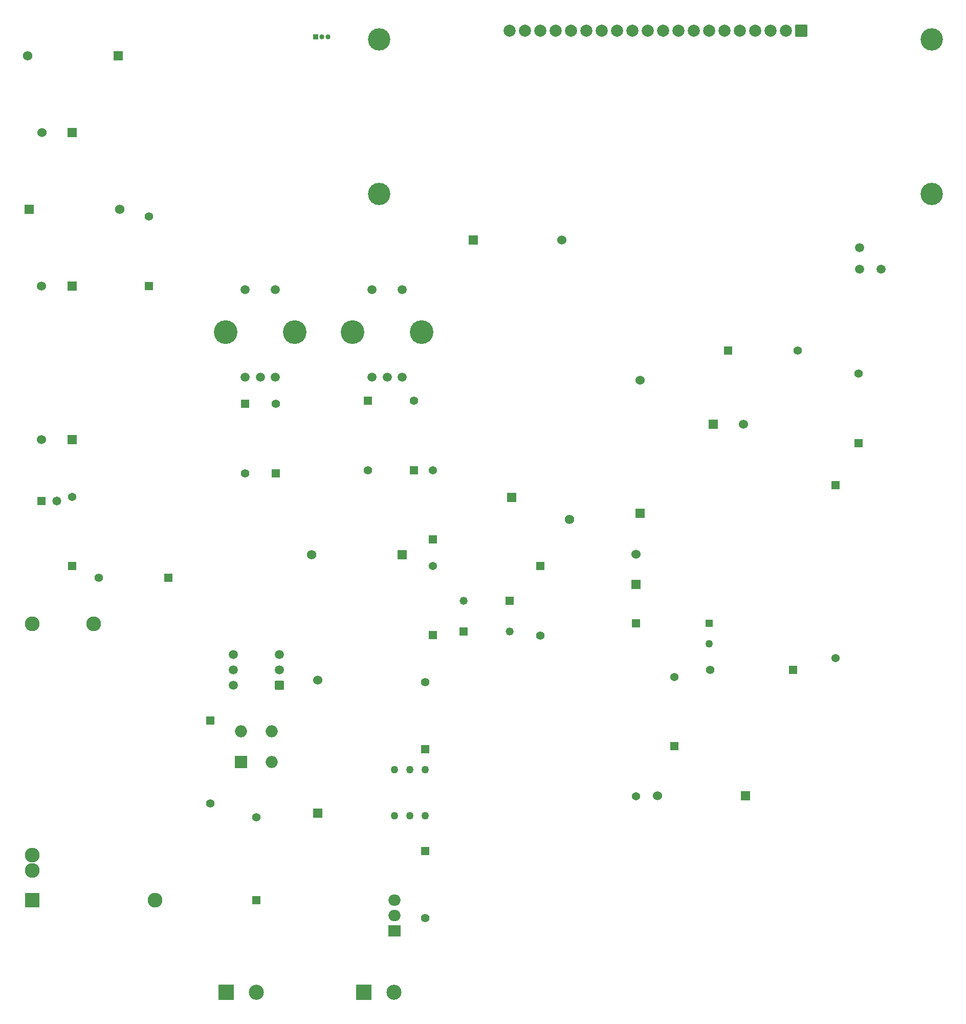
<source format=gbr>
%TF.GenerationSoftware,KiCad,Pcbnew,7.0.5*%
%TF.CreationDate,2024-01-26T21:50:59+01:00*%
%TF.ProjectId,Project,50726f6a-6563-4742-9e6b-696361645f70,rev?*%
%TF.SameCoordinates,Original*%
%TF.FileFunction,Soldermask,Bot*%
%TF.FilePolarity,Negative*%
%FSLAX46Y46*%
G04 Gerber Fmt 4.6, Leading zero omitted, Abs format (unit mm)*
G04 Created by KiCad (PCBNEW 7.0.5) date 2024-01-26 21:50:59*
%MOMM*%
%LPD*%
G01*
G04 APERTURE LIST*
G04 Aperture macros list*
%AMRoundRect*
0 Rectangle with rounded corners*
0 $1 Rounding radius*
0 $2 $3 $4 $5 $6 $7 $8 $9 X,Y pos of 4 corners*
0 Add a 4 corners polygon primitive as box body*
4,1,4,$2,$3,$4,$5,$6,$7,$8,$9,$2,$3,0*
0 Add four circle primitives for the rounded corners*
1,1,$1+$1,$2,$3*
1,1,$1+$1,$4,$5*
1,1,$1+$1,$6,$7*
1,1,$1+$1,$8,$9*
0 Add four rect primitives between the rounded corners*
20,1,$1+$1,$2,$3,$4,$5,0*
20,1,$1+$1,$4,$5,$6,$7,0*
20,1,$1+$1,$6,$7,$8,$9,0*
20,1,$1+$1,$8,$9,$2,$3,0*%
G04 Aperture macros list end*
%ADD10R,1.320800X1.320800*%
%ADD11C,1.320800*%
%ADD12R,1.574800X1.574800*%
%ADD13C,1.574800*%
%ADD14RoundRect,0.102000X-0.900000X-0.900000X0.900000X-0.900000X0.900000X0.900000X-0.900000X0.900000X0*%
%ADD15C,2.004000*%
%ADD16C,3.704000*%
%ADD17R,1.524000X1.524000*%
%ADD18C,1.524000*%
%ADD19RoundRect,0.102000X1.125000X-1.125000X1.125000X1.125000X-1.125000X1.125000X-1.125000X-1.125000X0*%
%ADD20C,2.454000*%
%ADD21R,1.397000X1.397000*%
%ADD22C,1.397000*%
%ADD23R,2.500000X2.500000*%
%ADD24C,2.500000*%
%ADD25R,1.371600X1.371600*%
%ADD26C,1.371600*%
%ADD27C,1.512000*%
%ADD28C,1.270000*%
%ADD29R,0.850000X0.850000*%
%ADD30O,0.850000X0.850000*%
%ADD31C,1.500000*%
%ADD32C,3.915000*%
%ADD33R,2.000000X2.000000*%
%ADD34O,2.000000X2.000000*%
%ADD35R,1.473200X1.473200*%
%ADD36C,1.473200*%
%ADD37RoundRect,0.102000X0.654000X0.654000X-0.654000X0.654000X-0.654000X-0.654000X0.654000X-0.654000X0*%
%ADD38R,1.270000X1.270000*%
%ADD39R,2.000000X1.905000*%
%ADD40O,2.000000X1.905000*%
G04 APERTURE END LIST*
D10*
%TO.C,C8*%
X92710000Y-123190000D03*
D11*
X92710000Y-118110000D03*
%TD*%
D12*
%TO.C,C9*%
X82550000Y-110490000D03*
D13*
X67549999Y-110490000D03*
%TD*%
D14*
%TO.C,DS1*%
X148570000Y-23800000D03*
D15*
X146030000Y-23800000D03*
X143490000Y-23800000D03*
X140950000Y-23800000D03*
X138410000Y-23800000D03*
X135870000Y-23800000D03*
X133330000Y-23800000D03*
X130790000Y-23800000D03*
X128250000Y-23800000D03*
X125710000Y-23800000D03*
X123170000Y-23800000D03*
X120630000Y-23800000D03*
X118090000Y-23800000D03*
X115550000Y-23800000D03*
X113010000Y-23800000D03*
X110470000Y-23800000D03*
X107930000Y-23800000D03*
X105390000Y-23800000D03*
X102850000Y-23800000D03*
X100310000Y-23800000D03*
D16*
X78740000Y-25300000D03*
X170140000Y-25300000D03*
X170140000Y-50800000D03*
X78740000Y-50800000D03*
%TD*%
D17*
%TO.C,R7*%
X68580000Y-153240740D03*
D18*
X68580000Y-131239260D03*
%TD*%
D19*
%TO.C,PS1*%
X21330000Y-167640000D03*
D20*
X41650000Y-167640000D03*
X31490000Y-121920000D03*
X21330000Y-121920000D03*
X21330000Y-162770000D03*
X21330000Y-160230000D03*
%TD*%
D21*
%TO.C,R21*%
X136443091Y-76772389D03*
D22*
X147964531Y-76772389D03*
%TD*%
D23*
%TO.C,J1*%
X53420000Y-182880000D03*
D24*
X58420000Y-182880000D03*
%TD*%
D25*
%TO.C,R13*%
X87630000Y-123812300D03*
D26*
X87630000Y-112407700D03*
%TD*%
D27*
%TO.C,U6*%
X158205811Y-59754389D03*
X158205811Y-63310389D03*
X161761811Y-63310389D03*
%TD*%
D10*
%TO.C,C7*%
X100330000Y-118110000D03*
D11*
X100330000Y-123190000D03*
%TD*%
D25*
%TO.C,R32*%
X127598811Y-142164689D03*
D26*
X127598811Y-130760089D03*
%TD*%
D21*
%TO.C,R28*%
X158078811Y-92058109D03*
D22*
X158078811Y-80536669D03*
%TD*%
D17*
%TO.C,C1*%
X27863800Y-91440000D03*
D18*
X22860000Y-91440000D03*
%TD*%
D17*
%TO.C,R33*%
X139343812Y-150432389D03*
D18*
X124743810Y-150432389D03*
%TD*%
D17*
%TO.C,C17*%
X121248811Y-115431189D03*
D18*
X121248811Y-110427389D03*
%TD*%
D25*
%TO.C,C18*%
X121248811Y-121882789D03*
D26*
X121248811Y-150483189D03*
%TD*%
D12*
%TO.C,C3*%
X20795600Y-53340000D03*
D13*
X35795601Y-53340000D03*
%TD*%
D12*
%TO.C,C6*%
X100647500Y-101066600D03*
D13*
X110172500Y-104673400D03*
%TD*%
D28*
%TO.C,U3*%
X86360000Y-146050000D03*
X83820000Y-146050000D03*
X81280000Y-146050000D03*
X81280000Y-153670000D03*
X83820000Y-153670000D03*
X86360000Y-153670000D03*
%TD*%
D29*
%TO.C,J3*%
X68215000Y-24870000D03*
D30*
X69215000Y-24870000D03*
X70215000Y-24870000D03*
%TD*%
D31*
%TO.C,SW2*%
X77520431Y-81160000D03*
X82520431Y-81160000D03*
X80020431Y-81160000D03*
D32*
X74320431Y-73660000D03*
X85720431Y-73660000D03*
D31*
X77520431Y-66660000D03*
X82520431Y-66660000D03*
%TD*%
D17*
%TO.C,C2*%
X27863800Y-66040000D03*
D18*
X22860000Y-66040000D03*
%TD*%
D21*
%TO.C,R11*%
X76860431Y-84998560D03*
D22*
X76860431Y-96520000D03*
%TD*%
D12*
%TO.C,C5*%
X35560000Y-27940000D03*
D13*
X20559999Y-27940000D03*
%TD*%
D33*
%TO.C,D2*%
X55880000Y-144780000D03*
D34*
X60960000Y-144780000D03*
X60960000Y-139700000D03*
X55880000Y-139700000D03*
%TD*%
D21*
%TO.C,R8*%
X86360000Y-142711170D03*
D22*
X86360000Y-131608830D03*
%TD*%
D23*
%TO.C,J2*%
X76200000Y-182880000D03*
D24*
X81200000Y-182880000D03*
%TD*%
D21*
%TO.C,R3*%
X50800000Y-137919460D03*
D22*
X50800000Y-151640540D03*
%TD*%
D25*
%TO.C,C20*%
X154268811Y-98997389D03*
D26*
X154268811Y-127597789D03*
%TD*%
D21*
%TO.C,R10*%
X61620431Y-97080720D03*
D22*
X61620431Y-85559280D03*
%TD*%
D21*
%TO.C,R2*%
X40640000Y-66040000D03*
D22*
X40640000Y-54518560D03*
%TD*%
D17*
%TO.C,R18*%
X94299999Y-58420000D03*
D18*
X108900001Y-58420000D03*
%TD*%
D21*
%TO.C,R23*%
X147195540Y-129540000D03*
D22*
X133474460Y-129540000D03*
%TD*%
D31*
%TO.C,SW1*%
X56540431Y-81160000D03*
X61540431Y-81160000D03*
X59040431Y-81160000D03*
D32*
X53340431Y-73660000D03*
X64740431Y-73660000D03*
D31*
X56540431Y-66660000D03*
X61540431Y-66660000D03*
%TD*%
D25*
%TO.C,R1*%
X27940000Y-112382300D03*
D26*
X27940000Y-100977700D03*
%TD*%
D35*
%TO.C,D1*%
X22860000Y-101600000D03*
D36*
X25400000Y-101600000D03*
%TD*%
D21*
%TO.C,R5*%
X43860720Y-114300000D03*
D22*
X32339280Y-114300000D03*
%TD*%
D17*
%TO.C,R22*%
X121883811Y-103648129D03*
D18*
X121883811Y-81646649D03*
%TD*%
D17*
%TO.C,C21*%
X133985000Y-88900000D03*
D18*
X138988800Y-88900000D03*
%TD*%
D25*
%TO.C,R16*%
X87630000Y-107950000D03*
D26*
X87630000Y-96545400D03*
%TD*%
D21*
%TO.C,R12*%
X84480431Y-96520000D03*
D22*
X84480431Y-84998560D03*
%TD*%
D37*
%TO.C,U4*%
X62230000Y-132080000D03*
D27*
X62230000Y-129540000D03*
X62230000Y-127000000D03*
X54610000Y-127000000D03*
X54610000Y-129540000D03*
X54610000Y-132080000D03*
%TD*%
D21*
%TO.C,R4*%
X58420000Y-167640000D03*
D22*
X58420000Y-153918920D03*
%TD*%
D21*
%TO.C,R15*%
X105410000Y-112349280D03*
D22*
X105410000Y-123870720D03*
%TD*%
D38*
%TO.C,R26*%
X133313811Y-121883500D03*
D28*
X133313811Y-125287100D03*
%TD*%
D21*
%TO.C,R9*%
X56540431Y-85559280D03*
D22*
X56540431Y-97080720D03*
%TD*%
D21*
%TO.C,R6*%
X86360000Y-159548830D03*
D22*
X86360000Y-170651170D03*
%TD*%
D39*
%TO.C,Q1*%
X81280000Y-172720000D03*
D40*
X81280000Y-170180000D03*
X81280000Y-167640000D03*
%TD*%
D17*
%TO.C,C4*%
X27940000Y-40640000D03*
D18*
X22936200Y-40640000D03*
%TD*%
M02*

</source>
